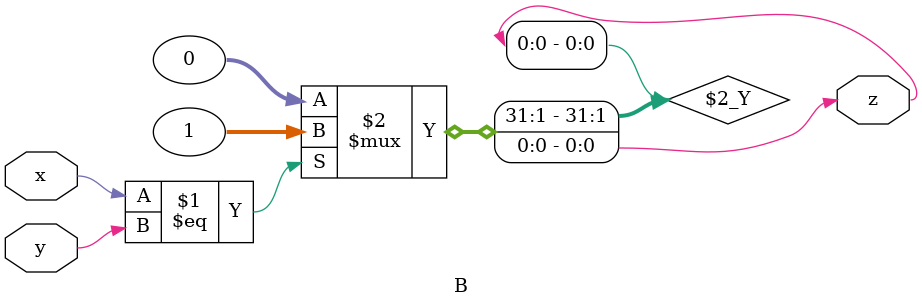
<source format=v>
module top_module (input x, input y, output z);

    wire z1,z2,z3,z4;
    //create all the wires using modules A and B
    A insta1 (x,y,z1);
    B insta2 (x,y,z2);
    A insta3 (x,y,z3);
    B insta4 (x,y,z4);
    //assign the wires for output
    assign z = (z1 | z2) ^ (z3 & z4);
    
endmodule

//these modules is from exercise 10 and 11 (Basic Gates)
module A ( input x, input y, output z );
    assign z = (x^y) & x;
endmodule

module B (input x, input y, output z);
    assign z = (x==y)? 1:0;
endmodule
</source>
